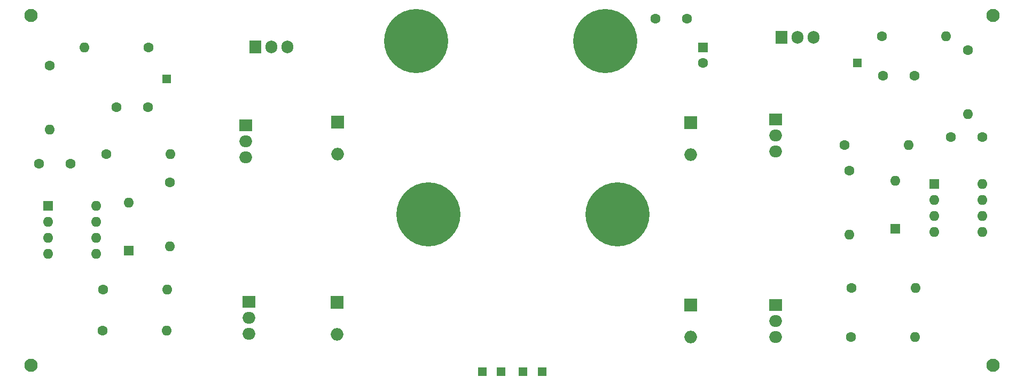
<source format=gbs>
G04 #@! TF.GenerationSoftware,KiCad,Pcbnew,8.0.6*
G04 #@! TF.CreationDate,2024-11-01T15:42:23-04:00*
G04 #@! TF.ProjectId,H_Bridge_KiCAD,485f4272-6964-4676-955f-4b694341442e,rev?*
G04 #@! TF.SameCoordinates,Original*
G04 #@! TF.FileFunction,Soldermask,Bot*
G04 #@! TF.FilePolarity,Negative*
%FSLAX46Y46*%
G04 Gerber Fmt 4.6, Leading zero omitted, Abs format (unit mm)*
G04 Created by KiCad (PCBNEW 8.0.6) date 2024-11-01 15:42:23*
%MOMM*%
%LPD*%
G01*
G04 APERTURE LIST*
%ADD10R,2.000000X2.000000*%
%ADD11O,2.000000X2.000000*%
%ADD12C,10.160000*%
%ADD13R,2.000000X1.905000*%
%ADD14O,2.000000X1.905000*%
%ADD15C,1.600000*%
%ADD16O,1.600000X1.600000*%
%ADD17R,1.905000X2.000000*%
%ADD18O,1.905000X2.000000*%
%ADD19R,1.600000X1.600000*%
%ADD20R,1.350000X1.350000*%
%ADD21C,2.100000*%
G04 APERTURE END LIST*
D10*
X175055000Y-107420000D03*
D11*
X175055000Y-112500000D03*
D12*
X161500000Y-65500000D03*
X131530000Y-65500000D03*
D13*
X104555000Y-78880000D03*
D14*
X104555000Y-81420000D03*
X104555000Y-83960000D03*
D10*
X119055000Y-78380000D03*
D11*
X119055000Y-83460000D03*
D15*
X200520000Y-104720000D03*
D16*
X210680000Y-104720000D03*
D15*
X216250000Y-80720000D03*
X221250000Y-80720000D03*
D17*
X106055000Y-66460000D03*
D18*
X108595000Y-66460000D03*
X111135000Y-66460000D03*
D15*
X210500000Y-71000000D03*
X205500000Y-71000000D03*
D19*
X213700000Y-88200000D03*
D16*
X213700000Y-90740000D03*
X213700000Y-93280000D03*
X213700000Y-95820000D03*
X221320000Y-95820000D03*
X221320000Y-93280000D03*
X221320000Y-90740000D03*
X221320000Y-88200000D03*
D17*
X189460000Y-64945000D03*
D18*
X192000000Y-64945000D03*
X194540000Y-64945000D03*
D20*
X151500000Y-118000000D03*
X92000000Y-71500000D03*
D15*
X219000000Y-66920000D03*
D16*
X219000000Y-77080000D03*
D21*
X70500000Y-117000000D03*
D20*
X201500000Y-69000000D03*
D19*
X177000000Y-66500000D03*
D15*
X177000000Y-69000000D03*
D13*
X188500000Y-107460000D03*
D14*
X188500000Y-110000000D03*
X188500000Y-112540000D03*
D15*
X73500000Y-69420000D03*
D16*
X73500000Y-79580000D03*
D15*
X200180000Y-86060000D03*
D16*
X200180000Y-96220000D03*
D15*
X81920000Y-105000000D03*
D16*
X92080000Y-105000000D03*
D20*
X145000000Y-118000000D03*
D19*
X73200000Y-91700000D03*
D16*
X73200000Y-94240000D03*
X73200000Y-96780000D03*
X73200000Y-99320000D03*
X80820000Y-99320000D03*
X80820000Y-96780000D03*
X80820000Y-94240000D03*
X80820000Y-91700000D03*
D15*
X89080000Y-66500000D03*
D16*
X78920000Y-66500000D03*
D20*
X142000000Y-118000000D03*
D12*
X133500000Y-93000000D03*
X163470000Y-93000000D03*
D10*
X175055000Y-78460000D03*
D11*
X175055000Y-83540000D03*
D15*
X199420000Y-82000000D03*
D16*
X209580000Y-82000000D03*
D13*
X188555000Y-77960000D03*
D14*
X188555000Y-80500000D03*
X188555000Y-83040000D03*
D15*
X92500000Y-87920000D03*
D16*
X92500000Y-98080000D03*
D15*
X174500000Y-62000000D03*
X169500000Y-62000000D03*
X200500000Y-112500000D03*
D16*
X210660000Y-112500000D03*
D19*
X86000000Y-98810000D03*
D16*
X86000000Y-91190000D03*
D21*
X223000000Y-61500000D03*
D15*
X81840000Y-111500000D03*
D16*
X92000000Y-111500000D03*
D15*
X205340000Y-64720000D03*
D16*
X215500000Y-64720000D03*
D21*
X223000000Y-117000000D03*
D19*
X207500000Y-95310000D03*
D16*
X207500000Y-87690000D03*
D10*
X119000000Y-107000000D03*
D11*
X119000000Y-112080000D03*
D15*
X82420000Y-83500000D03*
D16*
X92580000Y-83500000D03*
D20*
X148500000Y-118000000D03*
D21*
X70500000Y-61500000D03*
D15*
X76750000Y-85000000D03*
X71750000Y-85000000D03*
X84000000Y-76000000D03*
X89000000Y-76000000D03*
D13*
X105055000Y-106920000D03*
D14*
X105055000Y-109460000D03*
X105055000Y-112000000D03*
M02*

</source>
